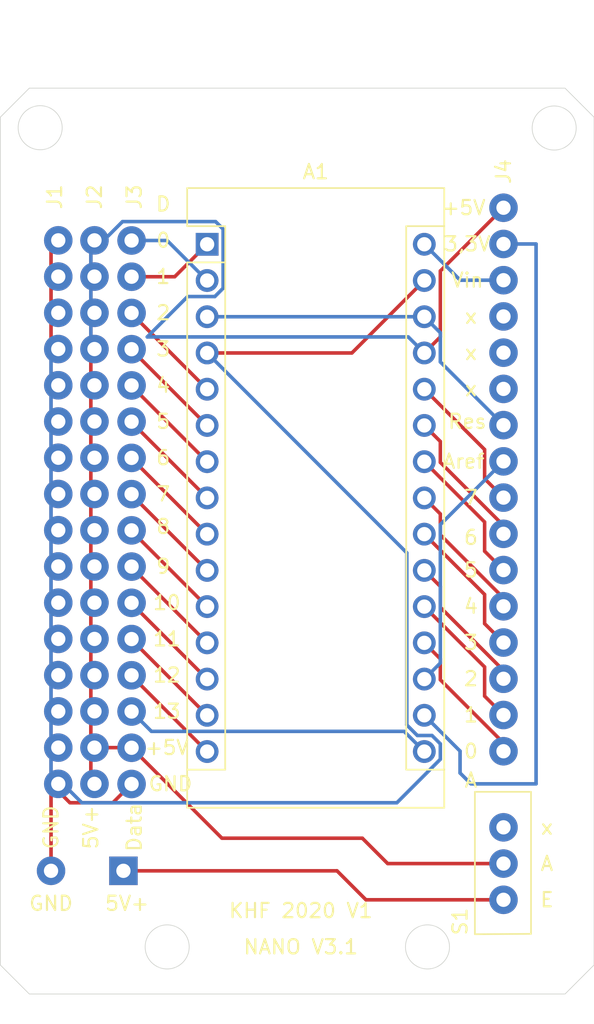
<source format=kicad_pcb>
(kicad_pcb (version 20171130) (host pcbnew "(5.1.6)-1")

  (general
    (thickness 1.6)
    (drawings 55)
    (tracks 140)
    (zones 0)
    (modules 7)
    (nets 34)
  )

  (page A4)
  (layers
    (0 F.Cu signal)
    (31 B.Cu signal)
    (32 B.Adhes user)
    (33 F.Adhes user)
    (34 B.Paste user)
    (35 F.Paste user)
    (36 B.SilkS user)
    (37 F.SilkS user)
    (38 B.Mask user)
    (39 F.Mask user)
    (40 Dwgs.User user)
    (41 Cmts.User user)
    (42 Eco1.User user)
    (43 Eco2.User user)
    (44 Edge.Cuts user)
    (45 Margin user)
    (46 B.CrtYd user)
    (47 F.CrtYd user)
    (48 B.Fab user)
    (49 F.Fab user)
  )

  (setup
    (last_trace_width 0.25)
    (trace_clearance 0.2)
    (zone_clearance 0.508)
    (zone_45_only no)
    (trace_min 0.2)
    (via_size 0.8)
    (via_drill 0.4)
    (via_min_size 0.4)
    (via_min_drill 0.3)
    (uvia_size 0.3)
    (uvia_drill 0.1)
    (uvias_allowed no)
    (uvia_min_size 0.2)
    (uvia_min_drill 0.1)
    (edge_width 0.05)
    (segment_width 0.2)
    (pcb_text_width 0.3)
    (pcb_text_size 1.5 1.5)
    (mod_edge_width 0.12)
    (mod_text_size 1 1)
    (mod_text_width 0.15)
    (pad_size 1.524 1.524)
    (pad_drill 0.762)
    (pad_to_mask_clearance 0.05)
    (aux_axis_origin 0 0)
    (visible_elements FFFFFF7F)
    (pcbplotparams
      (layerselection 0x010fc_ffffffff)
      (usegerberextensions false)
      (usegerberattributes true)
      (usegerberadvancedattributes true)
      (creategerberjobfile true)
      (excludeedgelayer true)
      (linewidth 0.100000)
      (plotframeref false)
      (viasonmask false)
      (mode 1)
      (useauxorigin false)
      (hpglpennumber 1)
      (hpglpenspeed 20)
      (hpglpendiameter 15.000000)
      (psnegative false)
      (psa4output false)
      (plotreference true)
      (plotvalue true)
      (plotinvisibletext false)
      (padsonsilk false)
      (subtractmaskfromsilk false)
      (outputformat 1)
      (mirror false)
      (drillshape 0)
      (scaleselection 1)
      (outputdirectory "../../gerber/NANO_Bot/"))
  )

  (net 0 "")
  (net 1 "Net-(A1-Pad1)")
  (net 2 "Net-(A1-Pad17)")
  (net 3 "Net-(A1-Pad2)")
  (net 4 "Net-(A1-Pad18)")
  (net 5 "Net-(A1-Pad28)")
  (net 6 "Net-(A1-Pad19)")
  (net 7 "Net-(A1-Pad29)")
  (net 8 "Net-(A1-Pad20)")
  (net 9 "Net-(A1-Pad5)")
  (net 10 "Net-(A1-Pad21)")
  (net 11 "Net-(A1-Pad6)")
  (net 12 "Net-(A1-Pad22)")
  (net 13 "Net-(A1-Pad7)")
  (net 14 "Net-(A1-Pad23)")
  (net 15 "Net-(A1-Pad8)")
  (net 16 "Net-(A1-Pad24)")
  (net 17 "Net-(A1-Pad9)")
  (net 18 "Net-(A1-Pad25)")
  (net 19 "Net-(A1-Pad10)")
  (net 20 "Net-(A1-Pad26)")
  (net 21 "Net-(A1-Pad11)")
  (net 22 "Net-(A1-Pad27)")
  (net 23 "Net-(A1-Pad12)")
  (net 24 "Net-(A1-Pad13)")
  (net 25 "Net-(A1-Pad14)")
  (net 26 "Net-(A1-Pad30)")
  (net 27 "Net-(A1-Pad15)")
  (net 28 "Net-(A1-Pad16)")
  (net 29 "Net-(J4-Pad11)")
  (net 30 "Net-(J4-Pad12)")
  (net 31 "Net-(J4-Pad13)")
  (net 32 "Net-(S1-Pad1)")
  (net 33 "Net-(S1-Pad3)")

  (net_class Default "This is the default net class."
    (clearance 0.2)
    (trace_width 0.25)
    (via_dia 0.8)
    (via_drill 0.4)
    (uvia_dia 0.3)
    (uvia_drill 0.1)
    (add_net "Net-(A1-Pad1)")
    (add_net "Net-(A1-Pad10)")
    (add_net "Net-(A1-Pad11)")
    (add_net "Net-(A1-Pad12)")
    (add_net "Net-(A1-Pad13)")
    (add_net "Net-(A1-Pad14)")
    (add_net "Net-(A1-Pad15)")
    (add_net "Net-(A1-Pad16)")
    (add_net "Net-(A1-Pad17)")
    (add_net "Net-(A1-Pad18)")
    (add_net "Net-(A1-Pad19)")
    (add_net "Net-(A1-Pad2)")
    (add_net "Net-(A1-Pad20)")
    (add_net "Net-(A1-Pad21)")
    (add_net "Net-(A1-Pad22)")
    (add_net "Net-(A1-Pad23)")
    (add_net "Net-(A1-Pad24)")
    (add_net "Net-(A1-Pad25)")
    (add_net "Net-(A1-Pad26)")
    (add_net "Net-(A1-Pad27)")
    (add_net "Net-(A1-Pad28)")
    (add_net "Net-(A1-Pad29)")
    (add_net "Net-(A1-Pad30)")
    (add_net "Net-(A1-Pad5)")
    (add_net "Net-(A1-Pad6)")
    (add_net "Net-(A1-Pad7)")
    (add_net "Net-(A1-Pad8)")
    (add_net "Net-(A1-Pad9)")
    (add_net "Net-(J4-Pad11)")
    (add_net "Net-(J4-Pad12)")
    (add_net "Net-(J4-Pad13)")
    (add_net "Net-(S1-Pad1)")
    (add_net "Net-(S1-Pad3)")
  )

  (module Module:Arduino_Nano (layer F.Cu) (tedit 58ACAF70) (tstamp 5F790D2F)
    (at 121.951001 312.695001)
    (descr "Arduino Nano, http://www.mouser.com/pdfdocs/Gravitech_Arduino_Nano3_0.pdf")
    (tags "Arduino Nano")
    (path /5F78454D)
    (fp_text reference A1 (at 7.62 -5.08) (layer F.SilkS)
      (effects (font (size 1 1) (thickness 0.15)))
    )
    (fp_text value Arduino_Nano_v3.x (at 8.89 19.05 90) (layer F.Fab)
      (effects (font (size 1 1) (thickness 0.15)))
    )
    (fp_line (start 16.75 42.16) (end -1.53 42.16) (layer F.CrtYd) (width 0.05))
    (fp_line (start 16.75 42.16) (end 16.75 -4.06) (layer F.CrtYd) (width 0.05))
    (fp_line (start -1.53 -4.06) (end -1.53 42.16) (layer F.CrtYd) (width 0.05))
    (fp_line (start -1.53 -4.06) (end 16.75 -4.06) (layer F.CrtYd) (width 0.05))
    (fp_line (start 16.51 -3.81) (end 16.51 39.37) (layer F.Fab) (width 0.1))
    (fp_line (start 0 -3.81) (end 16.51 -3.81) (layer F.Fab) (width 0.1))
    (fp_line (start -1.27 -2.54) (end 0 -3.81) (layer F.Fab) (width 0.1))
    (fp_line (start -1.27 39.37) (end -1.27 -2.54) (layer F.Fab) (width 0.1))
    (fp_line (start 16.51 39.37) (end -1.27 39.37) (layer F.Fab) (width 0.1))
    (fp_line (start 16.64 -3.94) (end -1.4 -3.94) (layer F.SilkS) (width 0.12))
    (fp_line (start 16.64 39.5) (end 16.64 -3.94) (layer F.SilkS) (width 0.12))
    (fp_line (start -1.4 39.5) (end 16.64 39.5) (layer F.SilkS) (width 0.12))
    (fp_line (start 3.81 41.91) (end 3.81 31.75) (layer F.Fab) (width 0.1))
    (fp_line (start 11.43 41.91) (end 3.81 41.91) (layer F.Fab) (width 0.1))
    (fp_line (start 11.43 31.75) (end 11.43 41.91) (layer F.Fab) (width 0.1))
    (fp_line (start 3.81 31.75) (end 11.43 31.75) (layer F.Fab) (width 0.1))
    (fp_line (start 1.27 36.83) (end -1.4 36.83) (layer F.SilkS) (width 0.12))
    (fp_line (start 1.27 1.27) (end 1.27 36.83) (layer F.SilkS) (width 0.12))
    (fp_line (start 1.27 1.27) (end -1.4 1.27) (layer F.SilkS) (width 0.12))
    (fp_line (start 13.97 36.83) (end 16.64 36.83) (layer F.SilkS) (width 0.12))
    (fp_line (start 13.97 -1.27) (end 13.97 36.83) (layer F.SilkS) (width 0.12))
    (fp_line (start 13.97 -1.27) (end 16.64 -1.27) (layer F.SilkS) (width 0.12))
    (fp_line (start -1.4 -3.94) (end -1.4 -1.27) (layer F.SilkS) (width 0.12))
    (fp_line (start -1.4 1.27) (end -1.4 39.5) (layer F.SilkS) (width 0.12))
    (fp_line (start 1.27 -1.27) (end -1.4 -1.27) (layer F.SilkS) (width 0.12))
    (fp_line (start 1.27 1.27) (end 1.27 -1.27) (layer F.SilkS) (width 0.12))
    (fp_text user %R (at 6.35 19.05 90) (layer F.Fab)
      (effects (font (size 1 1) (thickness 0.15)))
    )
    (pad 1 thru_hole rect (at 0 0) (size 1.6 1.6) (drill 1) (layers *.Cu *.Mask)
      (net 1 "Net-(A1-Pad1)"))
    (pad 17 thru_hole oval (at 15.24 33.02) (size 1.6 1.6) (drill 1) (layers *.Cu *.Mask)
      (net 2 "Net-(A1-Pad17)"))
    (pad 2 thru_hole oval (at 0 2.54) (size 1.6 1.6) (drill 1) (layers *.Cu *.Mask)
      (net 3 "Net-(A1-Pad2)"))
    (pad 18 thru_hole oval (at 15.24 30.48) (size 1.6 1.6) (drill 1) (layers *.Cu *.Mask)
      (net 4 "Net-(A1-Pad18)"))
    (pad 3 thru_hole oval (at 0 5.08) (size 1.6 1.6) (drill 1) (layers *.Cu *.Mask)
      (net 5 "Net-(A1-Pad28)"))
    (pad 19 thru_hole oval (at 15.24 27.94) (size 1.6 1.6) (drill 1) (layers *.Cu *.Mask)
      (net 6 "Net-(A1-Pad19)"))
    (pad 4 thru_hole oval (at 0 7.62) (size 1.6 1.6) (drill 1) (layers *.Cu *.Mask)
      (net 7 "Net-(A1-Pad29)"))
    (pad 20 thru_hole oval (at 15.24 25.4) (size 1.6 1.6) (drill 1) (layers *.Cu *.Mask)
      (net 8 "Net-(A1-Pad20)"))
    (pad 5 thru_hole oval (at 0 10.16) (size 1.6 1.6) (drill 1) (layers *.Cu *.Mask)
      (net 9 "Net-(A1-Pad5)"))
    (pad 21 thru_hole oval (at 15.24 22.86) (size 1.6 1.6) (drill 1) (layers *.Cu *.Mask)
      (net 10 "Net-(A1-Pad21)"))
    (pad 6 thru_hole oval (at 0 12.7) (size 1.6 1.6) (drill 1) (layers *.Cu *.Mask)
      (net 11 "Net-(A1-Pad6)"))
    (pad 22 thru_hole oval (at 15.24 20.32) (size 1.6 1.6) (drill 1) (layers *.Cu *.Mask)
      (net 12 "Net-(A1-Pad22)"))
    (pad 7 thru_hole oval (at 0 15.24) (size 1.6 1.6) (drill 1) (layers *.Cu *.Mask)
      (net 13 "Net-(A1-Pad7)"))
    (pad 23 thru_hole oval (at 15.24 17.78) (size 1.6 1.6) (drill 1) (layers *.Cu *.Mask)
      (net 14 "Net-(A1-Pad23)"))
    (pad 8 thru_hole oval (at 0 17.78) (size 1.6 1.6) (drill 1) (layers *.Cu *.Mask)
      (net 15 "Net-(A1-Pad8)"))
    (pad 24 thru_hole oval (at 15.24 15.24) (size 1.6 1.6) (drill 1) (layers *.Cu *.Mask)
      (net 16 "Net-(A1-Pad24)"))
    (pad 9 thru_hole oval (at 0 20.32) (size 1.6 1.6) (drill 1) (layers *.Cu *.Mask)
      (net 17 "Net-(A1-Pad9)"))
    (pad 25 thru_hole oval (at 15.24 12.7) (size 1.6 1.6) (drill 1) (layers *.Cu *.Mask)
      (net 18 "Net-(A1-Pad25)"))
    (pad 10 thru_hole oval (at 0 22.86) (size 1.6 1.6) (drill 1) (layers *.Cu *.Mask)
      (net 19 "Net-(A1-Pad10)"))
    (pad 26 thru_hole oval (at 15.24 10.16) (size 1.6 1.6) (drill 1) (layers *.Cu *.Mask)
      (net 20 "Net-(A1-Pad26)"))
    (pad 11 thru_hole oval (at 0 25.4) (size 1.6 1.6) (drill 1) (layers *.Cu *.Mask)
      (net 21 "Net-(A1-Pad11)"))
    (pad 27 thru_hole oval (at 15.24 7.62) (size 1.6 1.6) (drill 1) (layers *.Cu *.Mask)
      (net 22 "Net-(A1-Pad27)"))
    (pad 12 thru_hole oval (at 0 27.94) (size 1.6 1.6) (drill 1) (layers *.Cu *.Mask)
      (net 23 "Net-(A1-Pad12)"))
    (pad 28 thru_hole oval (at 15.24 5.08) (size 1.6 1.6) (drill 1) (layers *.Cu *.Mask)
      (net 5 "Net-(A1-Pad28)"))
    (pad 13 thru_hole oval (at 0 30.48) (size 1.6 1.6) (drill 1) (layers *.Cu *.Mask)
      (net 24 "Net-(A1-Pad13)"))
    (pad 29 thru_hole oval (at 15.24 2.54) (size 1.6 1.6) (drill 1) (layers *.Cu *.Mask)
      (net 7 "Net-(A1-Pad29)"))
    (pad 14 thru_hole oval (at 0 33.02) (size 1.6 1.6) (drill 1) (layers *.Cu *.Mask)
      (net 25 "Net-(A1-Pad14)"))
    (pad 30 thru_hole oval (at 15.24 0) (size 1.6 1.6) (drill 1) (layers *.Cu *.Mask)
      (net 26 "Net-(A1-Pad30)"))
    (pad 15 thru_hole oval (at 0 35.56) (size 1.6 1.6) (drill 1) (layers *.Cu *.Mask)
      (net 27 "Net-(A1-Pad15)"))
    (pad 16 thru_hole oval (at 15.24 35.56) (size 1.6 1.6) (drill 1) (layers *.Cu *.Mask)
      (net 28 "Net-(A1-Pad16)"))
    (model ${KISYS3DMOD}/Module.3dshapes/Arduino_Nano_WithMountingHoles.wrl
      (at (xyz 0 0 0))
      (scale (xyz 1 1 1))
      (rotate (xyz 0 0 0))
    )
  )

  (module KHF_LIB:NANO_Stift_16PIN (layer F.Cu) (tedit 5F7866AD) (tstamp 5F7913B6)
    (at 111.506 350.52 90)
    (descr NANO_Stift_16PIN)
    (tags "connector TE 826576 vertical")
    (path /5FA82FB6)
    (fp_text reference J1 (at 41.148 -0.254 90) (layer F.SilkS)
      (effects (font (size 1 1) (thickness 0.15)))
    )
    (fp_text value NANO16PINStiftleiste (at -8.89 0 90) (layer F.Fab)
      (effects (font (size 1 1) (thickness 0.15)))
    )
    (fp_text user %R (at 29.7 -2.5 90) (layer F.Fab)
      (effects (font (size 1 1) (thickness 0.15)))
    )
    (pad 1 thru_hole circle (at 0 0 90) (size 2 2) (drill 1) (layers *.Cu *.Mask)
      (net 7 "Net-(A1-Pad29)"))
    (pad 2 thru_hole circle (at 2.54 0 90) (size 2 2) (drill 1) (layers *.Cu *.Mask)
      (net 7 "Net-(A1-Pad29)"))
    (pad 3 thru_hole circle (at 5.08 0 90) (size 2 2) (drill 1) (layers *.Cu *.Mask)
      (net 7 "Net-(A1-Pad29)"))
    (pad 4 thru_hole circle (at 7.62 0 90) (size 2 2) (drill 1) (layers *.Cu *.Mask)
      (net 7 "Net-(A1-Pad29)"))
    (pad 5 thru_hole circle (at 10.16 0 90) (size 2 2) (drill 1) (layers *.Cu *.Mask)
      (net 7 "Net-(A1-Pad29)"))
    (pad 6 thru_hole circle (at 12.7 0 90) (size 2 2) (drill 1) (layers *.Cu *.Mask)
      (net 7 "Net-(A1-Pad29)"))
    (pad 7 thru_hole circle (at 15.24 0 90) (size 2 2) (drill 1) (layers *.Cu *.Mask)
      (net 7 "Net-(A1-Pad29)"))
    (pad 8 thru_hole circle (at 17.78 0 90) (size 2 2) (drill 1) (layers *.Cu *.Mask)
      (net 7 "Net-(A1-Pad29)"))
    (pad 9 thru_hole circle (at 20.32 0 90) (size 2 2) (drill 1) (layers *.Cu *.Mask)
      (net 7 "Net-(A1-Pad29)"))
    (pad 10 thru_hole circle (at 22.86 0 90) (size 2 2) (drill 1) (layers *.Cu *.Mask)
      (net 7 "Net-(A1-Pad29)"))
    (pad 11 thru_hole circle (at 25.4 0 90) (size 2 2) (drill 1) (layers *.Cu *.Mask)
      (net 7 "Net-(A1-Pad29)"))
    (pad 12 thru_hole circle (at 27.94 0 90) (size 2 2) (drill 1) (layers *.Cu *.Mask)
      (net 7 "Net-(A1-Pad29)"))
    (pad 13 thru_hole circle (at 30.48 0 90) (size 2 2) (drill 1) (layers *.Cu *.Mask)
      (net 7 "Net-(A1-Pad29)"))
    (pad 14 thru_hole circle (at 33.02 0 90) (size 2 2) (drill 1) (layers *.Cu *.Mask)
      (net 7 "Net-(A1-Pad29)"))
    (pad 15 thru_hole circle (at 35.56 0 90) (size 2 2) (drill 1) (layers *.Cu *.Mask)
      (net 7 "Net-(A1-Pad29)"))
    (pad 16 thru_hole circle (at 38.1 0 90) (size 2 2) (drill 1) (layers *.Cu *.Mask)
      (net 7 "Net-(A1-Pad29)"))
    (model ${KISYS3DMOD}/Connector_TE-Connectivity.3dshapes/TE_1-826576-6_1x16_P3.96mm_Vertical.wrl
      (at (xyz 0 0 0))
      (scale (xyz 1 1 1))
      (rotate (xyz 0 0 0))
    )
  )

  (module KHF_LIB:NANO_Stift_16PIN (layer F.Cu) (tedit 5F7866AD) (tstamp 5F790D59)
    (at 114.046 312.42 270)
    (descr NANO_Stift_16PIN)
    (tags "connector TE 826576 vertical")
    (path /5FAB7C8C)
    (fp_text reference J2 (at -3.048 0 90) (layer F.SilkS)
      (effects (font (size 1 1) (thickness 0.15)))
    )
    (fp_text value NANO16PINStiftleiste (at -8.89 0 90) (layer F.Fab)
      (effects (font (size 1 1) (thickness 0.15)))
    )
    (fp_text user %R (at 29.7 -2.5 90) (layer F.Fab)
      (effects (font (size 1 1) (thickness 0.15)))
    )
    (pad 16 thru_hole circle (at 38.1 0 270) (size 2 2) (drill 1) (layers *.Cu *.Mask)
      (net 22 "Net-(A1-Pad27)"))
    (pad 15 thru_hole circle (at 35.56 0 270) (size 2 2) (drill 1) (layers *.Cu *.Mask)
      (net 22 "Net-(A1-Pad27)"))
    (pad 14 thru_hole circle (at 33.02 0 270) (size 2 2) (drill 1) (layers *.Cu *.Mask)
      (net 22 "Net-(A1-Pad27)"))
    (pad 13 thru_hole circle (at 30.48 0 270) (size 2 2) (drill 1) (layers *.Cu *.Mask)
      (net 22 "Net-(A1-Pad27)"))
    (pad 12 thru_hole circle (at 27.94 0 270) (size 2 2) (drill 1) (layers *.Cu *.Mask)
      (net 22 "Net-(A1-Pad27)"))
    (pad 11 thru_hole circle (at 25.4 0 270) (size 2 2) (drill 1) (layers *.Cu *.Mask)
      (net 22 "Net-(A1-Pad27)"))
    (pad 10 thru_hole circle (at 22.86 0 270) (size 2 2) (drill 1) (layers *.Cu *.Mask)
      (net 22 "Net-(A1-Pad27)"))
    (pad 9 thru_hole circle (at 20.32 0 270) (size 2 2) (drill 1) (layers *.Cu *.Mask)
      (net 22 "Net-(A1-Pad27)"))
    (pad 8 thru_hole circle (at 17.78 0 270) (size 2 2) (drill 1) (layers *.Cu *.Mask)
      (net 22 "Net-(A1-Pad27)"))
    (pad 7 thru_hole circle (at 15.24 0 270) (size 2 2) (drill 1) (layers *.Cu *.Mask)
      (net 22 "Net-(A1-Pad27)"))
    (pad 6 thru_hole circle (at 12.7 0 270) (size 2 2) (drill 1) (layers *.Cu *.Mask)
      (net 22 "Net-(A1-Pad27)"))
    (pad 5 thru_hole circle (at 10.16 0 270) (size 2 2) (drill 1) (layers *.Cu *.Mask)
      (net 22 "Net-(A1-Pad27)"))
    (pad 4 thru_hole circle (at 7.62 0 270) (size 2 2) (drill 1) (layers *.Cu *.Mask)
      (net 22 "Net-(A1-Pad27)"))
    (pad 3 thru_hole circle (at 5.08 0 270) (size 2 2) (drill 1) (layers *.Cu *.Mask)
      (net 22 "Net-(A1-Pad27)"))
    (pad 2 thru_hole circle (at 2.54 0 270) (size 2 2) (drill 1) (layers *.Cu *.Mask)
      (net 22 "Net-(A1-Pad27)"))
    (pad 1 thru_hole circle (at 0 0 270) (size 2 2) (drill 1) (layers *.Cu *.Mask)
      (net 22 "Net-(A1-Pad27)"))
    (model ${KISYS3DMOD}/Connector_TE-Connectivity.3dshapes/TE_1-826576-6_1x16_P3.96mm_Vertical.wrl
      (at (xyz 0 0 0))
      (scale (xyz 1 1 1))
      (rotate (xyz 0 0 0))
    )
  )

  (module KHF_LIB:NANO_Stift_16PIN (layer F.Cu) (tedit 5F7866AD) (tstamp 5F790D6E)
    (at 116.65 312.43 270)
    (descr NANO_Stift_16PIN)
    (tags "connector TE 826576 vertical")
    (path /5FEB9625)
    (fp_text reference J3 (at -3.058 -0.19 90) (layer F.SilkS)
      (effects (font (size 1 1) (thickness 0.15)))
    )
    (fp_text value NANO16PINStiftleiste (at -8.89 0 90) (layer F.Fab)
      (effects (font (size 1 1) (thickness 0.15)))
    )
    (fp_text user %R (at 29.7 -2.5 90) (layer F.Fab)
      (effects (font (size 1 1) (thickness 0.15)))
    )
    (pad 16 thru_hole circle (at 38.1 0 270) (size 2 2) (drill 1) (layers *.Cu *.Mask)
      (net 7 "Net-(A1-Pad29)"))
    (pad 15 thru_hole circle (at 35.56 0 270) (size 2 2) (drill 1) (layers *.Cu *.Mask)
      (net 22 "Net-(A1-Pad27)"))
    (pad 14 thru_hole circle (at 33.02 0 270) (size 2 2) (drill 1) (layers *.Cu *.Mask)
      (net 28 "Net-(A1-Pad16)"))
    (pad 13 thru_hole circle (at 30.48 0 270) (size 2 2) (drill 1) (layers *.Cu *.Mask)
      (net 27 "Net-(A1-Pad15)"))
    (pad 12 thru_hole circle (at 27.94 0 270) (size 2 2) (drill 1) (layers *.Cu *.Mask)
      (net 25 "Net-(A1-Pad14)"))
    (pad 11 thru_hole circle (at 25.4 0 270) (size 2 2) (drill 1) (layers *.Cu *.Mask)
      (net 24 "Net-(A1-Pad13)"))
    (pad 10 thru_hole circle (at 22.86 0 270) (size 2 2) (drill 1) (layers *.Cu *.Mask)
      (net 23 "Net-(A1-Pad12)"))
    (pad 9 thru_hole circle (at 20.32 0 270) (size 2 2) (drill 1) (layers *.Cu *.Mask)
      (net 21 "Net-(A1-Pad11)"))
    (pad 8 thru_hole circle (at 17.78 0 270) (size 2 2) (drill 1) (layers *.Cu *.Mask)
      (net 19 "Net-(A1-Pad10)"))
    (pad 7 thru_hole circle (at 15.24 0 270) (size 2 2) (drill 1) (layers *.Cu *.Mask)
      (net 17 "Net-(A1-Pad9)"))
    (pad 6 thru_hole circle (at 12.7 0 270) (size 2 2) (drill 1) (layers *.Cu *.Mask)
      (net 15 "Net-(A1-Pad8)"))
    (pad 5 thru_hole circle (at 10.16 0 270) (size 2 2) (drill 1) (layers *.Cu *.Mask)
      (net 13 "Net-(A1-Pad7)"))
    (pad 4 thru_hole circle (at 7.62 0 270) (size 2 2) (drill 1) (layers *.Cu *.Mask)
      (net 11 "Net-(A1-Pad6)"))
    (pad 3 thru_hole circle (at 5.08 0 270) (size 2 2) (drill 1) (layers *.Cu *.Mask)
      (net 9 "Net-(A1-Pad5)"))
    (pad 2 thru_hole circle (at 2.54 0 270) (size 2 2) (drill 1) (layers *.Cu *.Mask)
      (net 1 "Net-(A1-Pad1)"))
    (pad 1 thru_hole circle (at 0 0 270) (size 2 2) (drill 1) (layers *.Cu *.Mask)
      (net 3 "Net-(A1-Pad2)"))
    (model ${KISYS3DMOD}/Connector_TE-Connectivity.3dshapes/TE_1-826576-6_1x16_P3.96mm_Vertical.wrl
      (at (xyz 0 0 0))
      (scale (xyz 1 1 1))
      (rotate (xyz 0 0 0))
    )
  )

  (module KHF_LIB:NANO_Stift_16PIN (layer F.Cu) (tedit 5F7866AD) (tstamp 5F790D83)
    (at 142.748 348.234 90)
    (descr NANO_Stift_16PIN)
    (tags "connector TE 826576 vertical")
    (path /5FB0CDEA)
    (fp_text reference J4 (at 40.64 0 90) (layer F.SilkS)
      (effects (font (size 1 1) (thickness 0.15)))
    )
    (fp_text value NANO16PINStiftleiste (at -8.89 0 90) (layer F.Fab)
      (effects (font (size 1 1) (thickness 0.15)))
    )
    (fp_text user %R (at 29.7 -2.5 90) (layer F.Fab)
      (effects (font (size 1 1) (thickness 0.15)))
    )
    (pad 1 thru_hole circle (at 0 0 90) (size 2 2) (drill 1) (layers *.Cu *.Mask)
      (net 6 "Net-(A1-Pad19)"))
    (pad 2 thru_hole circle (at 2.54 0 90) (size 2 2) (drill 1) (layers *.Cu *.Mask)
      (net 8 "Net-(A1-Pad20)"))
    (pad 3 thru_hole circle (at 5.08 0 90) (size 2 2) (drill 1) (layers *.Cu *.Mask)
      (net 10 "Net-(A1-Pad21)"))
    (pad 4 thru_hole circle (at 7.62 0 90) (size 2 2) (drill 1) (layers *.Cu *.Mask)
      (net 12 "Net-(A1-Pad22)"))
    (pad 5 thru_hole circle (at 10.16 0 90) (size 2 2) (drill 1) (layers *.Cu *.Mask)
      (net 14 "Net-(A1-Pad23)"))
    (pad 6 thru_hole circle (at 12.7 0 90) (size 2 2) (drill 1) (layers *.Cu *.Mask)
      (net 16 "Net-(A1-Pad24)"))
    (pad 7 thru_hole circle (at 15.24 0 90) (size 2 2) (drill 1) (layers *.Cu *.Mask)
      (net 18 "Net-(A1-Pad25)"))
    (pad 8 thru_hole circle (at 17.78 0 90) (size 2 2) (drill 1) (layers *.Cu *.Mask)
      (net 20 "Net-(A1-Pad26)"))
    (pad 9 thru_hole circle (at 20.32 0 90) (size 2 2) (drill 1) (layers *.Cu *.Mask)
      (net 4 "Net-(A1-Pad18)"))
    (pad 10 thru_hole circle (at 22.86 0 90) (size 2 2) (drill 1) (layers *.Cu *.Mask)
      (net 5 "Net-(A1-Pad28)"))
    (pad 11 thru_hole circle (at 25.4 0 90) (size 2 2) (drill 1) (layers *.Cu *.Mask)
      (net 29 "Net-(J4-Pad11)"))
    (pad 12 thru_hole circle (at 27.94 0 90) (size 2 2) (drill 1) (layers *.Cu *.Mask)
      (net 30 "Net-(J4-Pad12)"))
    (pad 13 thru_hole circle (at 30.48 0 90) (size 2 2) (drill 1) (layers *.Cu *.Mask)
      (net 31 "Net-(J4-Pad13)"))
    (pad 14 thru_hole circle (at 33.02 0 90) (size 2 2) (drill 1) (layers *.Cu *.Mask)
      (net 26 "Net-(A1-Pad30)"))
    (pad 15 thru_hole circle (at 35.56 0 90) (size 2 2) (drill 1) (layers *.Cu *.Mask)
      (net 2 "Net-(A1-Pad17)"))
    (pad 16 thru_hole circle (at 38.1 0 90) (size 2 2) (drill 1) (layers *.Cu *.Mask)
      (net 22 "Net-(A1-Pad27)"))
    (model ${KISYS3DMOD}/Connector_TE-Connectivity.3dshapes/TE_1-826576-6_1x16_P3.96mm_Vertical.wrl
      (at (xyz 0 0 0))
      (scale (xyz 1 1 1))
      (rotate (xyz 0 0 0))
    )
  )

  (module KHF_LIB:Micro_SchalterKHF (layer F.Cu) (tedit 5F0F1449) (tstamp 5F790D8E)
    (at 142.748 358.648 90)
    (descr Micro_SchalterKHF)
    (path /5F787448)
    (fp_text reference S1 (at -1.524 -3.048 90) (layer F.SilkS)
      (effects (font (size 1 1) (thickness 0.15)))
    )
    (fp_text value Micro_Schalter (at 2.54 -6 90) (layer F.Fab)
      (effects (font (size 1 1) (thickness 0.15)))
    )
    (fp_line (start -2.3876 -2.0066) (end 7.5692 -2.0066) (layer F.SilkS) (width 0.12))
    (fp_line (start 7.5692 -2.0066) (end 7.5692 1.9304) (layer F.SilkS) (width 0.12))
    (fp_line (start 7.5692 1.9304) (end -2.3876 1.9304) (layer F.SilkS) (width 0.12))
    (fp_line (start -2.3876 1.9304) (end -2.413 -2.0066) (layer F.SilkS) (width 0.12))
    (pad 1 thru_hole circle (at 0 0 90) (size 2 2) (drill 1) (layers *.Cu *.Mask)
      (net 32 "Net-(S1-Pad1)"))
    (pad 2 thru_hole circle (at 2.54 0 90) (size 2 2) (drill 1) (layers *.Cu *.Mask)
      (net 22 "Net-(A1-Pad27)"))
    (pad 3 thru_hole circle (at 5.08 0 90) (size 2 2) (drill 1) (layers *.Cu *.Mask)
      (net 33 "Net-(S1-Pad3)"))
  )

  (module KHF_LIB:9VBAT_khf (layer F.Cu) (tedit 5F55B6C7) (tstamp 5F790D94)
    (at 110.998 356.616)
    (descr "9V Bat")
    (path /5F786F8E)
    (fp_text reference GND (at 0 2.286) (layer F.SilkS)
      (effects (font (size 1 1) (thickness 0.15)))
    )
    (fp_text value 9VBat (at 9.398 -22.0218) (layer F.Fab)
      (effects (font (size 1 1) (thickness 0.15)))
    )
    (pad 1 thru_hole circle (at 0 0) (size 2 2) (drill 1) (layers *.Cu *.Mask)
      (net 7 "Net-(A1-Pad29)"))
    (pad 2 thru_hole rect (at 5.08 0) (size 2 2) (drill 1) (layers *.Cu *.Mask)
      (net 32 "Net-(S1-Pad1)"))
  )

  (gr_line (start 107.442 363.22) (end 109.474 365.252) (layer Edge.Cuts) (width 0.05))
  (gr_line (start 147.066 365.252) (end 149.098 363.22) (layer Edge.Cuts) (width 0.05))
  (gr_line (start 149.098 303.784) (end 147.066 301.752) (layer Edge.Cuts) (width 0.05))
  (gr_line (start 107.442 303.784) (end 109.474 301.752) (layer Edge.Cuts) (width 0.05))
  (gr_text "NANO V3.1" (at 128.524 361.95) (layer F.SilkS)
    (effects (font (size 1 1) (thickness 0.15)))
  )
  (gr_text x (at 145.796 353.568) (layer F.SilkS)
    (effects (font (size 1 1) (thickness 0.15)))
  )
  (gr_text A (at 145.796 356.108) (layer F.SilkS)
    (effects (font (size 1 1) (thickness 0.15)))
  )
  (gr_text E (at 145.796 358.648) (layer F.SilkS)
    (effects (font (size 1 1) (thickness 0.15)))
  )
  (gr_circle (center 137.414 361.95) (end 138.938 361.696) (layer Edge.Cuts) (width 0.05) (tstamp 5F7919FD))
  (gr_circle (center 119.147021 361.95) (end 120.671021 361.696) (layer Edge.Cuts) (width 0.05) (tstamp 5F7919FD))
  (gr_circle (center 146.304 304.546) (end 147.828 304.292) (layer Edge.Cuts) (width 0.05) (tstamp 5F7919FD))
  (gr_circle (center 110.236 304.524979) (end 111.76 304.270979) (layer Edge.Cuts) (width 0.05))
  (gr_line (start 107.442 363.22) (end 107.442 303.784) (layer Edge.Cuts) (width 0.05) (tstamp 5F791938))
  (gr_line (start 147.066 365.252) (end 109.474 365.252) (layer Edge.Cuts) (width 0.05))
  (gr_line (start 149.098 303.784) (end 149.098 363.22) (layer Edge.Cuts) (width 0.05))
  (gr_line (start 109.474 301.752) (end 147.066 301.752) (layer Edge.Cuts) (width 0.05))
  (gr_text x (at 140.462 322.834) (layer F.SilkS)
    (effects (font (size 1 1) (thickness 0.15)))
  )
  (gr_text x (at 140.462 320.294) (layer F.SilkS)
    (effects (font (size 1 1) (thickness 0.15)))
  )
  (gr_text x (at 140.462 317.754) (layer F.SilkS)
    (effects (font (size 1 1) (thickness 0.15)))
  )
  (gr_text Vin (at 140.208 315.214) (layer F.SilkS)
    (effects (font (size 1 1) (thickness 0.15)))
  )
  (gr_text 3,3V (at 140.208 312.674) (layer F.SilkS)
    (effects (font (size 1 1) (thickness 0.15)))
  )
  (gr_text +5V (at 139.954 310.134) (layer F.SilkS)
    (effects (font (size 1 1) (thickness 0.15)))
  )
  (gr_text Res (at 140.208 325.12) (layer F.SilkS)
    (effects (font (size 1 1) (thickness 0.15)))
  )
  (gr_text Aref (at 139.954 327.914) (layer F.SilkS)
    (effects (font (size 1 1) (thickness 0.15)))
  )
  (gr_text 7 (at 140.462 330.454) (layer F.SilkS)
    (effects (font (size 1 1) (thickness 0.15)))
  )
  (gr_text 6 (at 140.462 333.248) (layer F.SilkS)
    (effects (font (size 1 1) (thickness 0.15)))
  )
  (gr_text 5 (at 140.462 335.534) (layer F.SilkS)
    (effects (font (size 1 1) (thickness 0.15)))
  )
  (gr_text 4 (at 140.462 338.074) (layer F.SilkS)
    (effects (font (size 1 1) (thickness 0.15)))
  )
  (gr_text 3 (at 140.462 340.614) (layer F.SilkS)
    (effects (font (size 1 1) (thickness 0.15)))
  )
  (gr_text 2 (at 140.462 343.154) (layer F.SilkS)
    (effects (font (size 1 1) (thickness 0.15)))
  )
  (gr_text 1 (at 140.462 345.694) (layer F.SilkS)
    (effects (font (size 1 1) (thickness 0.15)))
  )
  (gr_text 0 (at 140.462 348.234) (layer F.SilkS)
    (effects (font (size 1 1) (thickness 0.15)))
  )
  (gr_text A (at 140.462 350.266) (layer F.SilkS)
    (effects (font (size 1 1) (thickness 0.15)))
  )
  (gr_text GND (at 119.38 350.52) (layer F.SilkS)
    (effects (font (size 1 1) (thickness 0.15)))
  )
  (gr_text +5V (at 119.126 347.98) (layer F.SilkS)
    (effects (font (size 1 1) (thickness 0.15)))
  )
  (gr_text 13 (at 119.126 345.44) (layer F.SilkS)
    (effects (font (size 1 1) (thickness 0.15)))
  )
  (gr_text 12 (at 119.126 342.9) (layer F.SilkS)
    (effects (font (size 1 1) (thickness 0.15)))
  )
  (gr_text 11 (at 119.126 340.36) (layer F.SilkS)
    (effects (font (size 1 1) (thickness 0.15)))
  )
  (gr_text 10 (at 119.126 337.82) (layer F.SilkS)
    (effects (font (size 1 1) (thickness 0.15)))
  )
  (gr_text 9 (at 118.872 335.28) (layer F.SilkS)
    (effects (font (size 1 1) (thickness 0.15)))
  )
  (gr_text 8 (at 118.872 332.486) (layer F.SilkS)
    (effects (font (size 1 1) (thickness 0.15)))
  )
  (gr_text 7 (at 118.872 330.2) (layer F.SilkS)
    (effects (font (size 1 1) (thickness 0.15)))
  )
  (gr_text 6 (at 118.872 327.66) (layer F.SilkS)
    (effects (font (size 1 1) (thickness 0.15)))
  )
  (gr_text 5 (at 118.872 325.12) (layer F.SilkS)
    (effects (font (size 1 1) (thickness 0.15)))
  )
  (gr_text 4 (at 118.872 322.58) (layer F.SilkS)
    (effects (font (size 1 1) (thickness 0.15)))
  )
  (gr_text D (at 118.872 309.88) (layer F.SilkS)
    (effects (font (size 1 1) (thickness 0.15)))
  )
  (gr_text 3 (at 118.872 320.04) (layer F.SilkS)
    (effects (font (size 1 1) (thickness 0.15)))
  )
  (gr_text 2 (at 118.872 317.5) (layer F.SilkS)
    (effects (font (size 1 1) (thickness 0.15)))
  )
  (gr_text 1 (at 118.872 314.96) (layer F.SilkS)
    (effects (font (size 1 1) (thickness 0.15)))
  )
  (gr_text 0 (at 118.872 312.42) (layer F.SilkS)
    (effects (font (size 1 1) (thickness 0.15)))
  )
  (gr_text Data (at 116.84 353.568 90) (layer F.SilkS)
    (effects (font (size 1 1) (thickness 0.15)))
  )
  (gr_text 5V+ (at 113.792 353.568 90) (layer F.SilkS)
    (effects (font (size 1 1) (thickness 0.15)))
  )
  (gr_text GND (at 110.998 353.568 90) (layer F.SilkS)
    (effects (font (size 1 1) (thickness 0.15)))
  )
  (gr_text 5V+ (at 116.332 358.902) (layer F.SilkS)
    (effects (font (size 1 1) (thickness 0.15)))
  )
  (gr_text "KHF 2020 V1" (at 128.524 359.41) (layer F.SilkS)
    (effects (font (size 1 1) (thickness 0.15)))
  )

  (segment (start 119.676002 314.97) (end 121.951001 312.695001) (width 0.25) (layer F.Cu) (net 1))
  (segment (start 116.65 314.97) (end 119.676002 314.97) (width 0.25) (layer F.Cu) (net 1))
  (segment (start 142.748 312.674) (end 145.034 312.674) (width 0.25) (layer B.Cu) (net 2))
  (segment (start 145.034 312.674) (end 145.034 350.52) (width 0.25) (layer B.Cu) (net 2))
  (segment (start 145.034 350.52) (end 140.462 350.52) (width 0.25) (layer B.Cu) (net 2))
  (segment (start 140.462 350.52) (end 139.7 349.758) (width 0.25) (layer B.Cu) (net 2))
  (segment (start 139.7 348.224) (end 137.191001 345.715001) (width 0.25) (layer B.Cu) (net 2))
  (segment (start 139.7 349.758) (end 139.7 348.224) (width 0.25) (layer B.Cu) (net 2))
  (segment (start 119.146 312.43) (end 121.951001 315.235001) (width 0.25) (layer B.Cu) (net 3))
  (segment (start 116.65 312.43) (end 119.146 312.43) (width 0.25) (layer B.Cu) (net 3))
  (segment (start 138.316002 332.345998) (end 142.748 327.914) (width 0.25) (layer B.Cu) (net 4))
  (segment (start 138.316002 342.05) (end 138.316002 332.345998) (width 0.25) (layer B.Cu) (net 4))
  (segment (start 137.191001 343.175001) (end 138.316002 342.05) (width 0.25) (layer B.Cu) (net 4))
  (segment (start 121.951001 317.775001) (end 137.191001 317.775001) (width 0.25) (layer B.Cu) (net 5))
  (segment (start 138.316002 318.900002) (end 137.191001 317.775001) (width 0.25) (layer B.Cu) (net 5))
  (segment (start 138.316002 320.942002) (end 138.316002 318.900002) (width 0.25) (layer B.Cu) (net 5))
  (segment (start 142.748 325.374) (end 138.316002 320.942002) (width 0.25) (layer B.Cu) (net 5))
  (segment (start 138.316002 341.760002) (end 137.191001 340.635001) (width 0.25) (layer F.Cu) (net 6))
  (segment (start 138.316002 343.223004) (end 138.316002 341.760002) (width 0.25) (layer F.Cu) (net 6))
  (segment (start 142.748 347.655002) (end 138.316002 343.223004) (width 0.25) (layer F.Cu) (net 6))
  (segment (start 142.748 348.234) (end 142.748 347.655002) (width 0.25) (layer F.Cu) (net 6))
  (segment (start 110.998 356.616) (end 110.998 350.52) (width 0.25) (layer F.Cu) (net 7))
  (segment (start 110.998 347.98) (end 110.998 350.52) (width 0.25) (layer F.Cu) (net 7))
  (segment (start 112.323001 351.845001) (end 115.334999 351.845001) (width 0.25) (layer F.Cu) (net 7))
  (segment (start 115.334999 351.845001) (end 116.65 350.53) (width 0.25) (layer F.Cu) (net 7))
  (segment (start 110.998 350.52) (end 112.323001 351.845001) (width 0.25) (layer F.Cu) (net 7))
  (segment (start 110.998 312.42) (end 110.998 314.96) (width 0.25) (layer F.Cu) (net 7))
  (segment (start 110.998 317.5) (end 110.998 314.96) (width 0.25) (layer F.Cu) (net 7))
  (segment (start 110.998 317.5) (end 110.998 320.04) (width 0.25) (layer F.Cu) (net 7))
  (segment (start 110.998 320.04) (end 110.998 322.58) (width 0.25) (layer F.Cu) (net 7))
  (segment (start 110.998 322.58) (end 110.998 325.12) (width 0.25) (layer F.Cu) (net 7))
  (segment (start 110.998 347.98) (end 110.998 345.44) (width 0.25) (layer F.Cu) (net 7))
  (segment (start 110.998 345.44) (end 110.998 342.9) (width 0.25) (layer F.Cu) (net 7))
  (segment (start 110.998 342.9) (end 110.998 340.36) (width 0.25) (layer F.Cu) (net 7))
  (segment (start 110.998 340.36) (end 110.998 337.82) (width 0.25) (layer F.Cu) (net 7))
  (segment (start 110.998 337.82) (end 110.998 335.28) (width 0.25) (layer F.Cu) (net 7))
  (segment (start 110.998 335.28) (end 110.998 332.74) (width 0.25) (layer F.Cu) (net 7))
  (segment (start 110.998 332.74) (end 110.998 330.2) (width 0.25) (layer F.Cu) (net 7))
  (segment (start 110.998 330.2) (end 110.998 327.66) (width 0.25) (layer F.Cu) (net 7))
  (segment (start 110.998 327.66) (end 110.998 325.12) (width 0.25) (layer F.Cu) (net 7))
  (segment (start 132.111001 320.315001) (end 137.191001 315.235001) (width 0.25) (layer F.Cu) (net 7))
  (segment (start 121.951001 320.315001) (end 132.111001 320.315001) (width 0.25) (layer F.Cu) (net 7))
  (segment (start 113.155999 351.845001) (end 110.998 349.687002) (width 0.25) (layer B.Cu) (net 7))
  (segment (start 135.266003 351.845001) (end 113.155999 351.845001) (width 0.25) (layer B.Cu) (net 7))
  (segment (start 138.316002 348.795002) (end 135.266003 351.845001) (width 0.25) (layer B.Cu) (net 7))
  (segment (start 138.316002 347.715) (end 138.316002 348.795002) (width 0.25) (layer B.Cu) (net 7))
  (segment (start 110.998 349.687002) (end 110.998 320.04) (width 0.25) (layer B.Cu) (net 7))
  (segment (start 137.731002 347.13) (end 138.316002 347.715) (width 0.25) (layer B.Cu) (net 7))
  (segment (start 136.70241 347.13) (end 137.731002 347.13) (width 0.25) (layer B.Cu) (net 7))
  (segment (start 135.962403 346.389993) (end 136.70241 347.13) (width 0.25) (layer B.Cu) (net 7))
  (segment (start 135.962403 334.326403) (end 135.962403 346.389993) (width 0.25) (layer B.Cu) (net 7))
  (segment (start 121.951001 320.315001) (end 135.962403 334.326403) (width 0.25) (layer B.Cu) (net 7))
  (segment (start 141.422999 342.326999) (end 137.191001 338.095001) (width 0.25) (layer F.Cu) (net 8))
  (segment (start 141.422999 344.368999) (end 141.422999 342.326999) (width 0.25) (layer F.Cu) (net 8))
  (segment (start 142.748 345.694) (end 141.422999 344.368999) (width 0.25) (layer F.Cu) (net 8))
  (segment (start 116.65 317.554) (end 116.65 317.51) (width 0.25) (layer F.Cu) (net 9))
  (segment (start 121.951001 322.855001) (end 116.65 317.554) (width 0.25) (layer F.Cu) (net 9))
  (segment (start 138.316002 336.680002) (end 137.191001 335.555001) (width 0.25) (layer F.Cu) (net 10))
  (segment (start 138.316002 338.143004) (end 138.316002 336.680002) (width 0.25) (layer F.Cu) (net 10))
  (segment (start 142.748 342.575002) (end 138.316002 338.143004) (width 0.25) (layer F.Cu) (net 10))
  (segment (start 142.748 343.154) (end 142.748 342.575002) (width 0.25) (layer F.Cu) (net 10))
  (segment (start 116.65 320.094) (end 116.65 320.05) (width 0.25) (layer F.Cu) (net 11))
  (segment (start 121.951001 325.395001) (end 116.65 320.094) (width 0.25) (layer F.Cu) (net 11))
  (segment (start 141.422999 339.288999) (end 141.422999 337.246999) (width 0.25) (layer F.Cu) (net 12))
  (segment (start 141.422999 337.246999) (end 137.191001 333.015001) (width 0.25) (layer F.Cu) (net 12))
  (segment (start 142.748 340.614) (end 141.422999 339.288999) (width 0.25) (layer F.Cu) (net 12))
  (segment (start 116.65 322.634) (end 116.65 322.59) (width 0.25) (layer F.Cu) (net 13))
  (segment (start 121.951001 327.935001) (end 116.65 322.634) (width 0.25) (layer F.Cu) (net 13))
  (segment (start 138.316002 333.063004) (end 138.316002 331.600002) (width 0.25) (layer F.Cu) (net 14))
  (segment (start 138.316002 331.600002) (end 137.191001 330.475001) (width 0.25) (layer F.Cu) (net 14))
  (segment (start 142.748 337.495002) (end 138.316002 333.063004) (width 0.25) (layer F.Cu) (net 14))
  (segment (start 142.748 338.074) (end 142.748 337.495002) (width 0.25) (layer F.Cu) (net 14))
  (segment (start 116.65 325.174) (end 116.65 325.13) (width 0.25) (layer F.Cu) (net 15))
  (segment (start 121.951001 330.475001) (end 116.65 325.174) (width 0.25) (layer F.Cu) (net 15))
  (segment (start 141.422999 332.166999) (end 137.191001 327.935001) (width 0.25) (layer F.Cu) (net 16))
  (segment (start 141.422999 334.208999) (end 141.422999 332.166999) (width 0.25) (layer F.Cu) (net 16))
  (segment (start 142.748 335.534) (end 141.422999 334.208999) (width 0.25) (layer F.Cu) (net 16))
  (segment (start 116.65 327.714) (end 116.65 327.67) (width 0.25) (layer F.Cu) (net 17))
  (segment (start 121.951001 333.015001) (end 116.65 327.714) (width 0.25) (layer F.Cu) (net 17))
  (segment (start 138.316002 326.520002) (end 137.191001 325.395001) (width 0.25) (layer F.Cu) (net 18))
  (segment (start 142.748 332.415002) (end 138.316002 327.983004) (width 0.25) (layer F.Cu) (net 18))
  (segment (start 138.316002 327.983004) (end 138.316002 326.520002) (width 0.25) (layer F.Cu) (net 18))
  (segment (start 142.748 332.994) (end 142.748 332.415002) (width 0.25) (layer F.Cu) (net 18))
  (segment (start 116.65 330.254) (end 116.65 330.21) (width 0.25) (layer F.Cu) (net 19))
  (segment (start 121.951001 335.555001) (end 116.65 330.254) (width 0.25) (layer F.Cu) (net 19))
  (segment (start 141.422999 327.086999) (end 137.191001 322.855001) (width 0.25) (layer F.Cu) (net 20))
  (segment (start 141.422999 329.128999) (end 141.422999 327.086999) (width 0.25) (layer F.Cu) (net 20))
  (segment (start 142.748 330.454) (end 141.422999 329.128999) (width 0.25) (layer F.Cu) (net 20))
  (segment (start 116.65 332.794) (end 116.65 332.75) (width 0.25) (layer F.Cu) (net 21))
  (segment (start 121.951001 338.095001) (end 116.65 332.794) (width 0.25) (layer F.Cu) (net 21))
  (segment (start 113.792 350.52) (end 113.792 347.98) (width 0.25) (layer F.Cu) (net 22))
  (segment (start 113.792 347.98) (end 113.792 345.44) (width 0.25) (layer F.Cu) (net 22))
  (segment (start 113.792 345.44) (end 113.792 342.9) (width 0.25) (layer F.Cu) (net 22))
  (segment (start 113.792 342.9) (end 113.792 340.36) (width 0.25) (layer F.Cu) (net 22))
  (segment (start 113.792 340.36) (end 113.792 337.82) (width 0.25) (layer F.Cu) (net 22))
  (segment (start 113.792 337.82) (end 113.792 335.28) (width 0.25) (layer F.Cu) (net 22))
  (segment (start 113.792 335.28) (end 113.792 332.74) (width 0.25) (layer F.Cu) (net 22))
  (segment (start 113.792 332.74) (end 113.792 330.2) (width 0.25) (layer F.Cu) (net 22))
  (segment (start 113.792 330.2) (end 113.792 327.66) (width 0.25) (layer F.Cu) (net 22))
  (segment (start 113.792 327.66) (end 113.792 325.12) (width 0.25) (layer F.Cu) (net 22))
  (segment (start 113.792 325.12) (end 113.792 322.58) (width 0.25) (layer F.Cu) (net 22))
  (segment (start 113.792 322.58) (end 113.792 320.04) (width 0.25) (layer F.Cu) (net 22))
  (segment (start 113.792 320.04) (end 113.792 317.5) (width 0.25) (layer F.Cu) (net 22))
  (segment (start 113.792 317.5) (end 113.792 314.96) (width 0.25) (layer F.Cu) (net 22))
  (segment (start 113.792 314.96) (end 113.792 312.42) (width 0.25) (layer F.Cu) (net 22))
  (segment (start 116.64 347.98) (end 116.65 347.99) (width 0.25) (layer F.Cu) (net 22))
  (segment (start 113.792 347.98) (end 116.64 347.98) (width 0.25) (layer F.Cu) (net 22))
  (segment (start 142.748 356.108) (end 134.62 356.108) (width 0.25) (layer F.Cu) (net 22))
  (segment (start 134.62 356.108) (end 132.842 354.33) (width 0.25) (layer F.Cu) (net 22))
  (segment (start 122.99 354.33) (end 116.65 347.99) (width 0.25) (layer F.Cu) (net 22))
  (segment (start 132.842 354.33) (end 122.99 354.33) (width 0.25) (layer F.Cu) (net 22))
  (segment (start 138.316002 319.19) (end 137.191001 320.315001) (width 0.25) (layer F.Cu) (net 22))
  (segment (start 138.316002 314.565998) (end 138.316002 319.19) (width 0.25) (layer F.Cu) (net 22))
  (segment (start 142.748 310.134) (end 138.316002 314.565998) (width 0.25) (layer F.Cu) (net 22))
  (segment (start 113.792 313.326998) (end 113.792 320.04) (width 0.25) (layer B.Cu) (net 22))
  (segment (start 116.013999 311.104999) (end 113.792 313.326998) (width 0.25) (layer B.Cu) (net 22))
  (segment (start 123.076002 311.635) (end 122.546001 311.104999) (width 0.25) (layer B.Cu) (net 22))
  (segment (start 123.076002 315.775002) (end 123.076002 311.635) (width 0.25) (layer B.Cu) (net 22))
  (segment (start 122.546001 311.104999) (end 116.013999 311.104999) (width 0.25) (layer B.Cu) (net 22))
  (segment (start 122.491002 316.360002) (end 123.076002 315.775002) (width 0.25) (layer B.Cu) (net 22))
  (segment (start 120.581 316.360002) (end 122.491002 316.360002) (width 0.25) (layer B.Cu) (net 22))
  (segment (start 117.751002 319.19) (end 120.581 316.360002) (width 0.25) (layer B.Cu) (net 22))
  (segment (start 136.066 319.19) (end 117.751002 319.19) (width 0.25) (layer B.Cu) (net 22))
  (segment (start 137.191001 320.315001) (end 136.066 319.19) (width 0.25) (layer B.Cu) (net 22))
  (segment (start 116.65 335.334) (end 116.65 335.29) (width 0.25) (layer F.Cu) (net 23))
  (segment (start 121.951001 340.635001) (end 116.65 335.334) (width 0.25) (layer F.Cu) (net 23))
  (segment (start 116.65 337.874) (end 116.65 337.83) (width 0.25) (layer F.Cu) (net 24))
  (segment (start 121.951001 343.175001) (end 116.65 337.874) (width 0.25) (layer F.Cu) (net 24))
  (segment (start 116.65 340.414) (end 116.65 340.37) (width 0.25) (layer F.Cu) (net 25))
  (segment (start 121.951001 345.715001) (end 116.65 340.414) (width 0.25) (layer F.Cu) (net 25))
  (segment (start 139.71 315.214) (end 137.191001 312.695001) (width 0.25) (layer B.Cu) (net 26))
  (segment (start 142.748 315.214) (end 139.71 315.214) (width 0.25) (layer B.Cu) (net 26))
  (segment (start 116.65 342.954) (end 116.65 342.91) (width 0.25) (layer F.Cu) (net 27))
  (segment (start 121.951001 348.255001) (end 116.65 342.954) (width 0.25) (layer F.Cu) (net 27))
  (segment (start 118.040002 346.840002) (end 116.65 345.45) (width 0.25) (layer B.Cu) (net 28))
  (segment (start 135.776002 346.840002) (end 118.040002 346.840002) (width 0.25) (layer B.Cu) (net 28))
  (segment (start 137.191001 348.255001) (end 135.776002 346.840002) (width 0.25) (layer B.Cu) (net 28))
  (segment (start 116.078 356.616) (end 131.064 356.616) (width 0.25) (layer F.Cu) (net 32))
  (segment (start 133.096 358.648) (end 142.748 358.648) (width 0.25) (layer F.Cu) (net 32))
  (segment (start 131.064 356.616) (end 133.096 358.648) (width 0.25) (layer F.Cu) (net 32))

)

</source>
